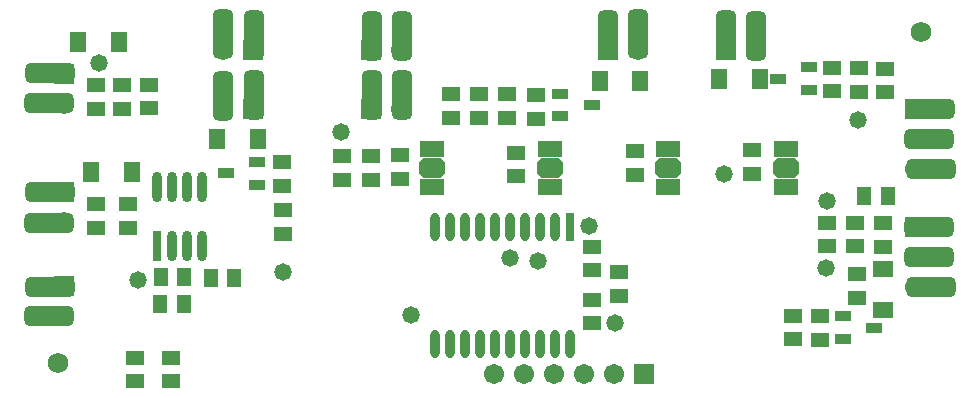
<source format=gts>
%FSLAX25Y25*%
%MOIN*%
G70*
G01*
G75*
G04 Layer_Color=8388736*
%ADD10R,0.04921X0.06299*%
%ADD11R,0.05118X0.03937*%
%ADD12R,0.03937X0.05118*%
%ADD13R,0.07284X0.04724*%
%ADD14O,0.02362X0.08661*%
%ADD15R,0.02362X0.08661*%
%ADD16R,0.04724X0.02559*%
%ADD17R,0.02362X0.09449*%
%ADD18O,0.02362X0.09449*%
%ADD19R,0.06299X0.04921*%
G04:AMPARAMS|DCode=20|XSize=157.48mil|YSize=59.06mil|CornerRadius=14.76mil|HoleSize=0mil|Usage=FLASHONLY|Rotation=0.000|XOffset=0mil|YOffset=0mil|HoleType=Round|Shape=RoundedRectangle|*
%AMROUNDEDRECTD20*
21,1,0.15748,0.02953,0,0,0.0*
21,1,0.12795,0.05906,0,0,0.0*
1,1,0.02953,0.06398,-0.01476*
1,1,0.02953,-0.06398,-0.01476*
1,1,0.02953,-0.06398,0.01476*
1,1,0.02953,0.06398,0.01476*
%
%ADD20ROUNDEDRECTD20*%
G04:AMPARAMS|DCode=21|XSize=157.48mil|YSize=59.06mil|CornerRadius=14.76mil|HoleSize=0mil|Usage=FLASHONLY|Rotation=90.000|XOffset=0mil|YOffset=0mil|HoleType=Round|Shape=RoundedRectangle|*
%AMROUNDEDRECTD21*
21,1,0.15748,0.02953,0,0,90.0*
21,1,0.12795,0.05906,0,0,90.0*
1,1,0.02953,0.01476,0.06398*
1,1,0.02953,0.01476,-0.06398*
1,1,0.02953,-0.01476,-0.06398*
1,1,0.02953,-0.01476,0.06398*
%
%ADD21ROUNDEDRECTD21*%
%ADD22C,0.01000*%
%ADD23C,0.01200*%
%ADD24C,0.02000*%
%ADD25C,0.03937*%
%ADD26C,0.00394*%
G04:AMPARAMS|DCode=27|XSize=78.74mil|YSize=60mil|CornerRadius=0mil|HoleSize=0mil|Usage=FLASHONLY|Rotation=0.000|XOffset=0mil|YOffset=0mil|HoleType=Round|Shape=Octagon|*
%AMOCTAGOND27*
4,1,8,0.03937,-0.01500,0.03937,0.01500,0.02437,0.03000,-0.02437,0.03000,-0.03937,0.01500,-0.03937,-0.01500,-0.02437,-0.03000,0.02437,-0.03000,0.03937,-0.01500,0.0*
%
%ADD27OCTAGOND27*%

%ADD28R,0.05906X0.05906*%
%ADD29C,0.05906*%
%ADD30R,0.05906X0.05906*%
%ADD31C,0.06000*%
%ADD32C,0.05000*%
%ADD33C,0.00984*%
%ADD34C,0.00787*%
%ADD35R,0.05721X0.07099*%
%ADD36R,0.05918X0.04737*%
%ADD37R,0.04737X0.05918*%
%ADD38R,0.08083X0.05524*%
%ADD39O,0.03162X0.09461*%
%ADD40R,0.03162X0.09461*%
%ADD41R,0.05524X0.03359*%
%ADD42R,0.03162X0.10249*%
%ADD43O,0.03162X0.10249*%
%ADD44R,0.07099X0.05721*%
G04:AMPARAMS|DCode=45|XSize=165.48mil|YSize=67.06mil|CornerRadius=18.76mil|HoleSize=0mil|Usage=FLASHONLY|Rotation=0.000|XOffset=0mil|YOffset=0mil|HoleType=Round|Shape=RoundedRectangle|*
%AMROUNDEDRECTD45*
21,1,0.16548,0.02953,0,0,0.0*
21,1,0.12795,0.06706,0,0,0.0*
1,1,0.03753,0.06398,-0.01476*
1,1,0.03753,-0.06398,-0.01476*
1,1,0.03753,-0.06398,0.01476*
1,1,0.03753,0.06398,0.01476*
%
%ADD45ROUNDEDRECTD45*%
G04:AMPARAMS|DCode=46|XSize=165.48mil|YSize=67.06mil|CornerRadius=18.76mil|HoleSize=0mil|Usage=FLASHONLY|Rotation=90.000|XOffset=0mil|YOffset=0mil|HoleType=Round|Shape=RoundedRectangle|*
%AMROUNDEDRECTD46*
21,1,0.16548,0.02953,0,0,90.0*
21,1,0.12795,0.06706,0,0,90.0*
1,1,0.03753,0.01476,0.06398*
1,1,0.03753,0.01476,-0.06398*
1,1,0.03753,-0.01476,-0.06398*
1,1,0.03753,-0.01476,0.06398*
%
%ADD46ROUNDEDRECTD46*%
G04:AMPARAMS|DCode=47|XSize=86.74mil|YSize=68mil|CornerRadius=0mil|HoleSize=0mil|Usage=FLASHONLY|Rotation=0.000|XOffset=0mil|YOffset=0mil|HoleType=Round|Shape=Octagon|*
%AMOCTAGOND47*
4,1,8,0.04337,-0.01700,0.04337,0.01700,0.02637,0.03400,-0.02637,0.03400,-0.04337,0.01700,-0.04337,-0.01700,-0.02637,-0.03400,0.02637,-0.03400,0.04337,-0.01700,0.0*
%
%ADD47OCTAGOND47*%

%ADD48R,0.06706X0.06706*%
%ADD49C,0.06706*%
%ADD50R,0.06706X0.06706*%
%ADD51C,0.06800*%
%ADD52C,0.05800*%
D35*
X-294691Y295400D02*
D03*
X-281109D02*
D03*
X-67509Y282800D02*
D03*
X-81091D02*
D03*
X-248191Y263100D02*
D03*
X-234609D02*
D03*
X-107209Y282400D02*
D03*
X-120791D02*
D03*
X-290391Y251800D02*
D03*
X-276809D02*
D03*
D36*
X-114300Y210663D02*
D03*
Y218537D02*
D03*
X-35100Y210063D02*
D03*
Y217937D02*
D03*
X-280100Y273063D02*
D03*
Y280937D02*
D03*
X-271100Y273163D02*
D03*
Y281037D02*
D03*
X-275600Y182163D02*
D03*
Y190037D02*
D03*
X-197100Y257337D02*
D03*
Y249463D02*
D03*
X-25800Y286437D02*
D03*
Y278563D02*
D03*
X-43400Y286737D02*
D03*
Y278863D02*
D03*
X-34500Y286637D02*
D03*
Y278763D02*
D03*
X-226600Y255137D02*
D03*
Y247263D02*
D03*
X-226400Y239337D02*
D03*
Y231463D02*
D03*
X-142000Y269763D02*
D03*
Y277637D02*
D03*
X-47500Y195963D02*
D03*
Y203837D02*
D03*
X-151600Y277837D02*
D03*
Y269963D02*
D03*
X-56500Y204037D02*
D03*
Y196163D02*
D03*
X-26400Y234937D02*
D03*
Y227063D02*
D03*
X-187250Y257487D02*
D03*
Y249613D02*
D03*
X-148600Y258437D02*
D03*
Y250563D02*
D03*
X-109100Y258837D02*
D03*
Y250963D02*
D03*
X-170300Y270013D02*
D03*
Y277887D02*
D03*
X-70000Y259137D02*
D03*
Y251263D02*
D03*
X-161100Y270063D02*
D03*
Y277937D02*
D03*
X-123400Y201563D02*
D03*
Y209437D02*
D03*
X-288800Y280937D02*
D03*
Y273063D02*
D03*
X-278000Y241337D02*
D03*
Y233463D02*
D03*
X-288700Y241337D02*
D03*
Y233463D02*
D03*
X-263600Y182163D02*
D03*
Y190037D02*
D03*
X-206700Y249463D02*
D03*
Y257337D02*
D03*
X-35800Y227163D02*
D03*
Y235037D02*
D03*
X-45000Y227163D02*
D03*
Y235037D02*
D03*
X-123200Y219163D02*
D03*
Y227037D02*
D03*
D37*
X-24763Y243900D02*
D03*
X-32637D02*
D03*
X-250437Y216700D02*
D03*
X-242563D02*
D03*
X-267137Y216900D02*
D03*
X-259263D02*
D03*
X-267237Y207800D02*
D03*
X-259363D02*
D03*
D38*
X-176772Y259539D02*
D03*
Y246941D02*
D03*
X-137402Y259539D02*
D03*
Y246941D02*
D03*
X-98032Y259539D02*
D03*
Y246941D02*
D03*
X-58661Y259539D02*
D03*
Y246941D02*
D03*
D39*
X-165800Y233649D02*
D03*
X-130800Y194751D02*
D03*
X-165800D02*
D03*
X-160800D02*
D03*
X-155800D02*
D03*
X-150800D02*
D03*
X-145800D02*
D03*
X-140800D02*
D03*
X-135800D02*
D03*
X-160800Y233649D02*
D03*
X-155800D02*
D03*
X-150800D02*
D03*
X-145800D02*
D03*
X-140800D02*
D03*
X-135800D02*
D03*
X-170800D02*
D03*
Y194751D02*
D03*
X-175800D02*
D03*
Y233649D02*
D03*
D40*
X-130800D02*
D03*
D41*
X-61324Y283100D02*
D03*
X-50876Y279360D02*
D03*
Y286840D02*
D03*
X-245424Y251500D02*
D03*
X-234976Y247760D02*
D03*
Y255240D02*
D03*
X-123476Y274300D02*
D03*
X-133924Y278040D02*
D03*
Y270560D02*
D03*
X-29376Y200100D02*
D03*
X-39824Y203840D02*
D03*
Y196360D02*
D03*
D42*
X-268250Y227157D02*
D03*
D43*
X-263250D02*
D03*
X-258250D02*
D03*
X-253250D02*
D03*
X-268250Y246843D02*
D03*
X-263250D02*
D03*
X-258250D02*
D03*
X-253250D02*
D03*
D44*
X-26500Y206109D02*
D03*
Y219691D02*
D03*
D45*
X-304300Y203800D02*
D03*
X-303900Y213700D02*
D03*
X-304200Y235000D02*
D03*
X-303900Y245200D02*
D03*
X-304500Y274800D02*
D03*
X-304000Y284800D02*
D03*
X-10800Y272900D02*
D03*
X-10900Y262800D02*
D03*
X-10500Y252900D02*
D03*
X-11100Y233500D02*
D03*
X-10900Y223600D02*
D03*
X-10500Y213700D02*
D03*
D46*
X-246300Y277400D02*
D03*
X-236100Y277600D02*
D03*
X-246261Y297863D02*
D03*
X-236100Y297500D02*
D03*
X-196700Y297400D02*
D03*
X-186800Y297300D02*
D03*
X-196700Y277500D02*
D03*
X-186700Y277600D02*
D03*
X-118000Y297500D02*
D03*
X-108151Y297863D02*
D03*
X-78600Y297600D02*
D03*
X-68700Y297400D02*
D03*
D47*
X-176772Y253240D02*
D03*
X-137402D02*
D03*
X-98032D02*
D03*
X-58661D02*
D03*
D48*
X-15748Y272925D02*
D03*
X-299213Y213870D02*
D03*
X-15748Y233555D02*
D03*
X-299213Y284736D02*
D03*
Y245366D02*
D03*
D49*
X-15748Y262925D02*
D03*
Y252925D02*
D03*
X-299213Y203870D02*
D03*
X-115900Y184500D02*
D03*
X-125900D02*
D03*
X-135900D02*
D03*
X-145900D02*
D03*
X-155900D02*
D03*
X-186850Y272925D02*
D03*
Y292610D02*
D03*
X-68740D02*
D03*
X-108110D02*
D03*
X-15748Y223555D02*
D03*
Y213555D02*
D03*
X-299213Y274736D02*
D03*
Y235366D02*
D03*
X-246220Y292610D02*
D03*
Y272925D02*
D03*
D50*
X-105900Y184500D02*
D03*
X-196850Y272925D02*
D03*
Y292610D02*
D03*
X-78740D02*
D03*
X-118110D02*
D03*
X-236221D02*
D03*
Y272925D02*
D03*
D51*
X-301181Y188279D02*
D03*
X-13780Y298516D02*
D03*
D52*
X-226400Y218700D02*
D03*
X-287800Y288400D02*
D03*
X-124500Y234000D02*
D03*
X-45000Y242300D02*
D03*
X-45300Y219800D02*
D03*
X-206900Y265300D02*
D03*
X-183600Y204300D02*
D03*
X-79400Y251400D02*
D03*
X-141200Y222400D02*
D03*
X-34700Y269300D02*
D03*
X-150600Y223200D02*
D03*
X-115600Y201600D02*
D03*
X-274800Y216100D02*
D03*
M02*

</source>
